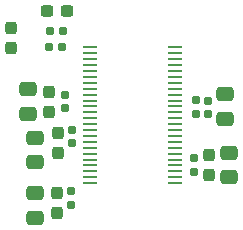
<source format=gbr>
%TF.GenerationSoftware,KiCad,Pcbnew,(5.99.0-10520-g1b9a8564af)*%
%TF.CreationDate,2021-07-21T11:30:59-07:00*%
%TF.ProjectId,cfc_emulator,6366635f-656d-4756-9c61-746f722e6b69,rev?*%
%TF.SameCoordinates,Original*%
%TF.FileFunction,Paste,Top*%
%TF.FilePolarity,Positive*%
%FSLAX46Y46*%
G04 Gerber Fmt 4.6, Leading zero omitted, Abs format (unit mm)*
G04 Created by KiCad (PCBNEW (5.99.0-10520-g1b9a8564af)) date 2021-07-21 11:30:59*
%MOMM*%
%LPD*%
G01*
G04 APERTURE LIST*
G04 Aperture macros list*
%AMRoundRect*
0 Rectangle with rounded corners*
0 $1 Rounding radius*
0 $2 $3 $4 $5 $6 $7 $8 $9 X,Y pos of 4 corners*
0 Add a 4 corners polygon primitive as box body*
4,1,4,$2,$3,$4,$5,$6,$7,$8,$9,$2,$3,0*
0 Add four circle primitives for the rounded corners*
1,1,$1+$1,$2,$3*
1,1,$1+$1,$4,$5*
1,1,$1+$1,$6,$7*
1,1,$1+$1,$8,$9*
0 Add four rect primitives between the rounded corners*
20,1,$1+$1,$2,$3,$4,$5,0*
20,1,$1+$1,$4,$5,$6,$7,0*
20,1,$1+$1,$6,$7,$8,$9,0*
20,1,$1+$1,$8,$9,$2,$3,0*%
G04 Aperture macros list end*
%ADD10RoundRect,0.155000X-0.155000X0.212500X-0.155000X-0.212500X0.155000X-0.212500X0.155000X0.212500X0*%
%ADD11RoundRect,0.155000X0.155000X-0.212500X0.155000X0.212500X-0.155000X0.212500X-0.155000X-0.212500X0*%
%ADD12RoundRect,0.250000X-0.475000X0.337500X-0.475000X-0.337500X0.475000X-0.337500X0.475000X0.337500X0*%
%ADD13RoundRect,0.237500X0.300000X0.237500X-0.300000X0.237500X-0.300000X-0.237500X0.300000X-0.237500X0*%
%ADD14RoundRect,0.237500X-0.237500X0.300000X-0.237500X-0.300000X0.237500X-0.300000X0.237500X0.300000X0*%
%ADD15RoundRect,0.237500X0.237500X-0.300000X0.237500X0.300000X-0.237500X0.300000X-0.237500X-0.300000X0*%
%ADD16RoundRect,0.155000X0.212500X0.155000X-0.212500X0.155000X-0.212500X-0.155000X0.212500X-0.155000X0*%
%ADD17R,1.168400X0.177800*%
%ADD18RoundRect,0.250000X0.475000X-0.337500X0.475000X0.337500X-0.475000X0.337500X-0.475000X-0.337500X0*%
G04 APERTURE END LIST*
D10*
%TO.C,C13*%
X163068000Y-92929900D03*
X163068000Y-94064900D03*
%TD*%
D11*
%TO.C,C16*%
X163245800Y-89137300D03*
X163245800Y-88002300D03*
%TD*%
D12*
%TO.C,C1*%
X149682200Y-95863500D03*
X149682200Y-97938500D03*
%TD*%
%TO.C,C14*%
X149631400Y-91189900D03*
X149631400Y-93264900D03*
%TD*%
D13*
%TO.C,C5*%
X152397800Y-80441800D03*
X150672800Y-80441800D03*
%TD*%
D12*
%TO.C,C4*%
X149021800Y-87075100D03*
X149021800Y-89150100D03*
%TD*%
D11*
%TO.C,C18*%
X164261800Y-89162700D03*
X164261800Y-88027700D03*
%TD*%
D14*
%TO.C,C15*%
X164338000Y-92609500D03*
X164338000Y-94334500D03*
%TD*%
D15*
%TO.C,C10*%
X147650200Y-83615700D03*
X147650200Y-81890700D03*
%TD*%
D14*
%TO.C,C3*%
X151536400Y-95835300D03*
X151536400Y-97560300D03*
%TD*%
%TO.C,C7*%
X150850600Y-87300900D03*
X150850600Y-89025900D03*
%TD*%
D16*
%TO.C,C2*%
X151958700Y-83489800D03*
X150823700Y-83489800D03*
%TD*%
D17*
%TO.C,U1*%
X154290613Y-83528528D03*
X154290613Y-84028528D03*
X154290613Y-84528528D03*
X154290613Y-85028528D03*
X154290613Y-85528528D03*
X154290613Y-86028528D03*
X154290613Y-86528528D03*
X154290613Y-87028528D03*
X154290613Y-87528528D03*
X154290613Y-88028528D03*
X154290613Y-88528528D03*
X154290613Y-89028528D03*
X154290613Y-89528528D03*
X154290613Y-90028528D03*
X154290613Y-90528528D03*
X154290613Y-91028528D03*
X154290613Y-91528528D03*
X154290613Y-92028528D03*
X154290613Y-92528528D03*
X154290613Y-93028528D03*
X154290613Y-93528528D03*
X154290613Y-94028528D03*
X154290613Y-94528528D03*
X154290613Y-95028528D03*
X161529613Y-95028528D03*
X161529613Y-94528528D03*
X161529613Y-94028528D03*
X161529613Y-93528528D03*
X161529613Y-93028528D03*
X161529613Y-92528528D03*
X161529613Y-92028528D03*
X161529613Y-91528528D03*
X161529613Y-91028528D03*
X161529613Y-90528528D03*
X161529613Y-90028528D03*
X161529613Y-89528528D03*
X161529613Y-89028528D03*
X161529613Y-88528528D03*
X161529613Y-88028528D03*
X161529613Y-87528528D03*
X161529613Y-87028528D03*
X161529613Y-86528528D03*
X161529613Y-86028528D03*
X161529613Y-85528528D03*
X161529613Y-85028528D03*
X161529613Y-84528528D03*
X161529613Y-84028528D03*
X161529613Y-83528528D03*
%TD*%
D12*
%TO.C,C17*%
X166039800Y-92434500D03*
X166039800Y-94509500D03*
%TD*%
D16*
%TO.C,C8*%
X152016500Y-82169000D03*
X150881500Y-82169000D03*
%TD*%
D10*
%TO.C,C11*%
X152755600Y-90516900D03*
X152755600Y-91651900D03*
%TD*%
%TO.C,C9*%
X152146000Y-87530900D03*
X152146000Y-88665900D03*
%TD*%
%TO.C,C6*%
X152730200Y-95698500D03*
X152730200Y-96833500D03*
%TD*%
D14*
%TO.C,C12*%
X151612600Y-90755300D03*
X151612600Y-92480300D03*
%TD*%
D18*
%TO.C,C19*%
X165760400Y-89556500D03*
X165760400Y-87481500D03*
%TD*%
M02*

</source>
